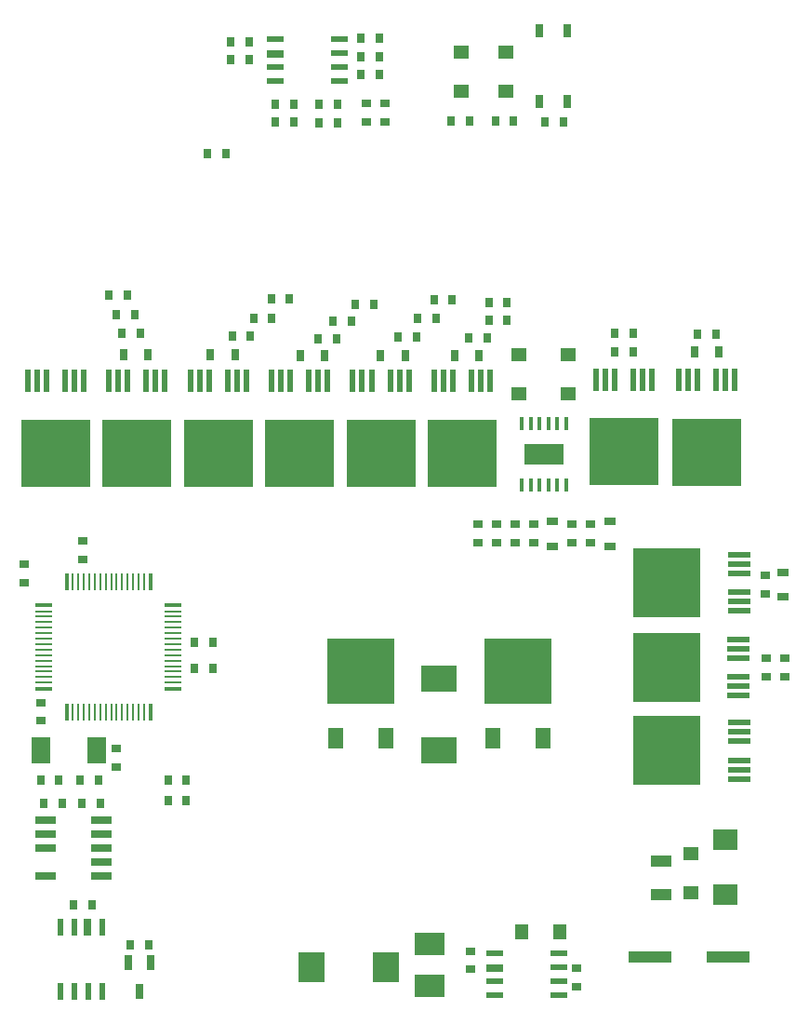
<source format=gtp>
G04 #@! TF.GenerationSoftware,KiCad,Pcbnew,(5.0.2-dirty)*
G04 #@! TF.CreationDate,2020-03-15T20:19:17+02:00*
G04 #@! TF.ProjectId,esb,6573622e-6b69-4636-9164-5f7063625858,rev?*
G04 #@! TF.SameCoordinates,Original*
G04 #@! TF.FileFunction,Paste,Top*
G04 #@! TF.FilePolarity,Positive*
%FSLAX46Y46*%
G04 Gerber Fmt 4.6, Leading zero omitted, Abs format (unit mm)*
G04 Created by KiCad (PCBNEW (5.0.2-dirty)) date su 15. maaliskuuta 2020 20.19.17*
%MOMM*%
%LPD*%
G01*
G04 APERTURE LIST*
%ADD10R,6.300000X6.100000*%
%ADD11R,0.600000X2.000000*%
%ADD12R,0.500000X2.000000*%
%ADD13R,6.100000X6.300000*%
%ADD14R,2.000000X0.600000*%
%ADD15R,2.000000X0.500000*%
%ADD16R,0.400000X1.200000*%
%ADD17R,3.600000X1.900000*%
%ADD18R,0.800000X1.000000*%
%ADD19R,1.000000X0.800000*%
%ADD20R,0.939800X0.762000*%
%ADD21R,0.700000X1.350000*%
%ADD22R,0.762000X0.939800*%
%ADD23R,1.399540X1.297940*%
%ADD24R,0.398780X1.498600*%
%ADD25R,0.279400X1.498600*%
%ADD26R,1.498600X0.398780*%
%ADD27R,1.498600X0.279400*%
%ADD28R,1.899920X0.998220*%
%ADD29R,1.699260X2.397760*%
%ADD30R,1.905000X0.635000*%
%ADD31R,2.400000X2.700000*%
%ADD32R,2.800000X2.000000*%
%ADD33R,2.179320X1.900000*%
%ADD34R,1.297940X1.399540*%
%ADD35R,0.700000X1.200000*%
%ADD36R,0.600000X1.524000*%
%ADD37R,0.635000X1.524000*%
%ADD38R,1.524000X0.600000*%
%ADD39R,1.524000X0.635000*%
%ADD40R,3.997960X0.998220*%
%ADD41R,3.300000X2.400000*%
%ADD42R,1.400000X1.900000*%
%ADD43R,6.100000X5.970000*%
G04 APERTURE END LIST*
D10*
G04 #@! TO.C,U801*
X162750000Y-88470000D03*
D11*
X160200000Y-81900000D03*
D12*
X161050000Y-81900000D03*
X161900000Y-81900000D03*
X163600000Y-81900000D03*
X164450000Y-81900000D03*
D11*
X165300000Y-81900000D03*
G04 #@! TD*
D10*
G04 #@! TO.C,U901*
X170150000Y-88470000D03*
D11*
X167600000Y-81900000D03*
D12*
X168450000Y-81900000D03*
X169300000Y-81900000D03*
X171000000Y-81900000D03*
X171850000Y-81900000D03*
D11*
X172700000Y-81900000D03*
G04 #@! TD*
D10*
G04 #@! TO.C,U1001*
X147950000Y-88470000D03*
D11*
X145400000Y-81900000D03*
D12*
X146250000Y-81900000D03*
X147100000Y-81900000D03*
X148800000Y-81900000D03*
X149650000Y-81900000D03*
D11*
X150500000Y-81900000D03*
G04 #@! TD*
D10*
G04 #@! TO.C,U1101*
X155350000Y-88470000D03*
D11*
X152800000Y-81900000D03*
D12*
X153650000Y-81900000D03*
X154500000Y-81900000D03*
X156200000Y-81900000D03*
X157050000Y-81900000D03*
D11*
X157900000Y-81900000D03*
G04 #@! TD*
D10*
G04 #@! TO.C,U1201*
X184900000Y-88370000D03*
D11*
X182350000Y-81800000D03*
D12*
X183200000Y-81800000D03*
X184050000Y-81800000D03*
X185750000Y-81800000D03*
X186600000Y-81800000D03*
D11*
X187450000Y-81800000D03*
G04 #@! TD*
D10*
G04 #@! TO.C,U1102*
X133150000Y-88470000D03*
D11*
X130600000Y-81900000D03*
D12*
X131450000Y-81900000D03*
X132300000Y-81900000D03*
X134000000Y-81900000D03*
X134850000Y-81900000D03*
D11*
X135700000Y-81900000D03*
G04 #@! TD*
D10*
G04 #@! TO.C,U1103*
X140550000Y-88470000D03*
D11*
X138000000Y-81900000D03*
D12*
X138850000Y-81900000D03*
X139700000Y-81900000D03*
X141400000Y-81900000D03*
X142250000Y-81900000D03*
D11*
X143100000Y-81900000D03*
G04 #@! TD*
D10*
G04 #@! TO.C,U1202*
X192450000Y-88420000D03*
D11*
X189900000Y-81850000D03*
D12*
X190750000Y-81850000D03*
X191600000Y-81850000D03*
X193300000Y-81850000D03*
X194150000Y-81850000D03*
D11*
X195000000Y-81850000D03*
G04 #@! TD*
D13*
G04 #@! TO.C,U1*
X188750000Y-107950000D03*
D14*
X195320000Y-105400000D03*
D15*
X195320000Y-106250000D03*
X195320000Y-107100000D03*
X195320000Y-108800000D03*
X195320000Y-109650000D03*
D14*
X195320000Y-110500000D03*
G04 #@! TD*
D13*
G04 #@! TO.C,U2*
X188780000Y-115550000D03*
D14*
X195350000Y-113000000D03*
D15*
X195350000Y-113850000D03*
X195350000Y-114700000D03*
X195350000Y-116400000D03*
X195350000Y-117250000D03*
D14*
X195350000Y-118100000D03*
G04 #@! TD*
D13*
G04 #@! TO.C,U3*
X188780000Y-100300000D03*
D14*
X195350000Y-97750000D03*
D15*
X195350000Y-98600000D03*
X195350000Y-99450000D03*
X195350000Y-101150000D03*
X195350000Y-102000000D03*
D14*
X195350000Y-102850000D03*
G04 #@! TD*
D16*
G04 #@! TO.C,U401*
X175600000Y-91400000D03*
X176400000Y-91400000D03*
X177200000Y-91400000D03*
X178000000Y-91400000D03*
X178800000Y-91400000D03*
X179600000Y-91400000D03*
X179600000Y-85800000D03*
X178800000Y-85800000D03*
X178000000Y-85800000D03*
X177200000Y-85800000D03*
X176400000Y-85800000D03*
X175600000Y-85800000D03*
D17*
X177600000Y-88600000D03*
G04 #@! TD*
D18*
G04 #@! TO.C,D5*
X147235000Y-79500000D03*
X149465000Y-79500000D03*
G04 #@! TD*
D19*
G04 #@! TO.C,D1*
X183575000Y-94695000D03*
X183575000Y-96925000D03*
G04 #@! TD*
G04 #@! TO.C,D2*
X178375000Y-94695000D03*
X178375000Y-96925000D03*
G04 #@! TD*
D18*
G04 #@! TO.C,D3*
X162735000Y-79600000D03*
X164965000Y-79600000D03*
G04 #@! TD*
G04 #@! TO.C,D4*
X169485000Y-79650000D03*
X171715000Y-79650000D03*
G04 #@! TD*
G04 #@! TO.C,D6*
X155385000Y-79650000D03*
X157615000Y-79650000D03*
G04 #@! TD*
G04 #@! TO.C,D7*
X139335000Y-79500000D03*
X141565000Y-79500000D03*
G04 #@! TD*
G04 #@! TO.C,D8*
X191285000Y-79300000D03*
X193515000Y-79300000D03*
G04 #@! TD*
D19*
G04 #@! TO.C,D9*
X199350000Y-99335000D03*
X199350000Y-101565000D03*
G04 #@! TD*
D20*
G04 #@! TO.C,R8*
X197750000Y-99611800D03*
X197750000Y-101288200D03*
G04 #@! TD*
D21*
G04 #@! TO.C,VR202*
X141800000Y-134800000D03*
X139800000Y-134800000D03*
X140800000Y-137400000D03*
G04 #@! TD*
D22*
G04 #@! TO.C,R1402*
X158386800Y-76475000D03*
X160063200Y-76475000D03*
G04 #@! TD*
G04 #@! TO.C,R1101*
X140338200Y-75850000D03*
X138661800Y-75850000D03*
G04 #@! TD*
G04 #@! TO.C,R202*
X145038200Y-120100000D03*
X143361800Y-120100000D03*
G04 #@! TD*
G04 #@! TO.C,R201*
X143361800Y-118200000D03*
X145038200Y-118200000D03*
G04 #@! TD*
D23*
G04 #@! TO.C,D201*
X191000000Y-124934700D03*
X191000000Y-128465300D03*
G04 #@! TD*
D22*
G04 #@! TO.C,C301*
X134761800Y-129550000D03*
X136438200Y-129550000D03*
G04 #@! TD*
D24*
G04 #@! TO.C,U302*
X141760000Y-100202120D03*
D25*
X141198660Y-100202120D03*
X140698280Y-100202120D03*
X140197900Y-100202120D03*
X139697520Y-100202120D03*
X139199680Y-100202120D03*
X138699300Y-100202120D03*
X138198920Y-100202120D03*
X137701080Y-100202120D03*
X137200700Y-100202120D03*
X136700320Y-100202120D03*
X136202480Y-100202120D03*
X135702100Y-100202120D03*
X135201720Y-100202120D03*
X134701340Y-100202120D03*
D24*
X134140000Y-100202120D03*
D26*
X132052120Y-102290000D03*
D27*
X132052120Y-102851340D03*
X132052120Y-103351720D03*
X132052120Y-103852100D03*
X132052120Y-104352480D03*
X132052120Y-104850320D03*
X132052120Y-105350700D03*
X132052120Y-105851080D03*
X132052120Y-106348920D03*
X132052120Y-106849300D03*
X132052120Y-107349680D03*
X132052120Y-107847520D03*
X132052120Y-108347900D03*
X132052120Y-108848280D03*
X132052120Y-109348660D03*
D26*
X132052120Y-109910000D03*
D24*
X134140000Y-111997880D03*
D25*
X134701340Y-111997880D03*
X135201720Y-111997880D03*
X135702100Y-111997880D03*
X136202480Y-111997880D03*
X136700320Y-111997880D03*
X137200700Y-111997880D03*
X137701080Y-111997880D03*
X138198920Y-111997880D03*
X138699300Y-111997880D03*
X139199680Y-111997880D03*
X139697520Y-111997880D03*
X140197900Y-111997880D03*
X140698280Y-111997880D03*
X141198660Y-111997880D03*
D24*
X141760000Y-111997880D03*
D26*
X143847880Y-109910000D03*
D27*
X143847880Y-109348660D03*
X143847880Y-108848280D03*
X143847880Y-108347900D03*
X143847880Y-107847520D03*
X143847880Y-107349680D03*
X143847880Y-106849300D03*
X143847880Y-106348920D03*
X143847880Y-105851080D03*
X143847880Y-105350700D03*
X143847880Y-104850320D03*
X143847880Y-104352480D03*
X143847880Y-103852100D03*
X143847880Y-103351720D03*
X143847880Y-102851340D03*
D26*
X143847880Y-102290000D03*
G04 #@! TD*
D22*
G04 #@! TO.C,C205*
X139961800Y-133200000D03*
X141638200Y-133200000D03*
G04 #@! TD*
G04 #@! TO.C,C302*
X147438200Y-105700000D03*
X145761800Y-105700000D03*
G04 #@! TD*
G04 #@! TO.C,C303*
X145761800Y-108100000D03*
X147438200Y-108100000D03*
G04 #@! TD*
D20*
G04 #@! TO.C,C304*
X135600000Y-98138200D03*
X135600000Y-96461800D03*
G04 #@! TD*
G04 #@! TO.C,C305*
X131800000Y-111161800D03*
X131800000Y-112838200D03*
G04 #@! TD*
G04 #@! TO.C,C306*
X138700000Y-117013200D03*
X138700000Y-115336800D03*
G04 #@! TD*
G04 #@! TO.C,C307*
X130300000Y-98561800D03*
X130300000Y-100238200D03*
G04 #@! TD*
D22*
G04 #@! TO.C,C308*
X131761800Y-118200000D03*
X133438200Y-118200000D03*
G04 #@! TD*
D28*
G04 #@! TO.C,F201*
X188300000Y-125601400D03*
X188300000Y-128598600D03*
G04 #@! TD*
D29*
G04 #@! TO.C,X301*
X131798436Y-115500000D03*
X136878436Y-115500000D03*
G04 #@! TD*
D20*
G04 #@! TO.C,C201*
X180550000Y-135311800D03*
X180550000Y-136988200D03*
G04 #@! TD*
D22*
G04 #@! TO.C,C309*
X137038200Y-118200000D03*
X135361800Y-118200000D03*
G04 #@! TD*
D30*
G04 #@! TO.C,J301*
X132260000Y-121860000D03*
X137340000Y-121860000D03*
X132260000Y-123130000D03*
X137340000Y-123130000D03*
X132260000Y-124400000D03*
X137340000Y-124400000D03*
X137340000Y-125670000D03*
X132260000Y-126940000D03*
X137340000Y-126940000D03*
G04 #@! TD*
D31*
G04 #@! TO.C,C204*
X163200000Y-135200000D03*
X156400000Y-135200000D03*
G04 #@! TD*
D32*
G04 #@! TO.C,L201*
X167200000Y-133100000D03*
X167200000Y-136900000D03*
G04 #@! TD*
D33*
G04 #@! TO.C,D203*
X194150000Y-123600000D03*
X194150000Y-128600000D03*
G04 #@! TD*
D34*
G04 #@! TO.C,D204*
X179065300Y-132000000D03*
X175534700Y-132000000D03*
G04 #@! TD*
D35*
G04 #@! TO.C,CP401*
X177200000Y-56500000D03*
X179740000Y-56500000D03*
X179740000Y-50100000D03*
X177200000Y-50100000D03*
G04 #@! TD*
D23*
G04 #@! TO.C,D101*
X170100000Y-52034700D03*
X170100000Y-55565300D03*
G04 #@! TD*
G04 #@! TO.C,D102*
X174100000Y-55565300D03*
X174100000Y-52034700D03*
G04 #@! TD*
D22*
G04 #@! TO.C,R101*
X169161800Y-58300000D03*
X170838200Y-58300000D03*
G04 #@! TD*
G04 #@! TO.C,R102*
X174838200Y-58300000D03*
X173161800Y-58300000D03*
G04 #@! TD*
D36*
G04 #@! TO.C,U301*
X137355000Y-131579000D03*
D37*
X136050000Y-131579000D03*
D36*
X134815000Y-131579000D03*
X133545000Y-131579000D03*
X133545000Y-137421000D03*
X134815000Y-137421000D03*
X136085000Y-137421000D03*
X137355000Y-137421000D03*
G04 #@! TD*
D38*
G04 #@! TO.C,VR201*
X178980610Y-133976856D03*
X178980610Y-135246856D03*
X178980610Y-136516856D03*
X178980610Y-137786856D03*
X173138610Y-137786856D03*
X173138610Y-136516856D03*
D39*
X173138610Y-135281856D03*
D38*
X173138610Y-133976856D03*
G04 #@! TD*
D40*
G04 #@! TO.C,C202*
X194348380Y-134300000D03*
X187251620Y-134300000D03*
G04 #@! TD*
D41*
G04 #@! TO.C,D206*
X168000000Y-115550000D03*
X168000000Y-108950000D03*
G04 #@! TD*
D22*
G04 #@! TO.C,R103*
X146961800Y-61200000D03*
X148638200Y-61200000D03*
G04 #@! TD*
D20*
G04 #@! TO.C,R403*
X173275000Y-94936800D03*
X173275000Y-96613200D03*
G04 #@! TD*
G04 #@! TO.C,R404*
X171575000Y-96613200D03*
X171575000Y-94936800D03*
G04 #@! TD*
D22*
G04 #@! TO.C,R405*
X179388200Y-58350000D03*
X177711800Y-58350000D03*
G04 #@! TD*
G04 #@! TO.C,R901*
X150876400Y-77850000D03*
X149200000Y-77850000D03*
G04 #@! TD*
G04 #@! TO.C,R1201*
X174250000Y-76400000D03*
X172573600Y-76400000D03*
G04 #@! TD*
G04 #@! TO.C,R1202*
X185738200Y-79250000D03*
X184061800Y-79250000D03*
G04 #@! TD*
G04 #@! TO.C,R1301*
X152838200Y-76200000D03*
X151161800Y-76200000D03*
G04 #@! TD*
G04 #@! TO.C,C701*
X162638200Y-50750000D03*
X160961800Y-50750000D03*
G04 #@! TD*
D20*
G04 #@! TO.C,R104*
X161400000Y-56661800D03*
X161400000Y-58338200D03*
G04 #@! TD*
G04 #@! TO.C,R107*
X163100000Y-56661800D03*
X163100000Y-58338200D03*
G04 #@! TD*
D22*
G04 #@! TO.C,R701*
X149086800Y-52725000D03*
X150763200Y-52725000D03*
G04 #@! TD*
G04 #@! TO.C,R702*
X162638200Y-54075000D03*
X160961800Y-54075000D03*
G04 #@! TD*
G04 #@! TO.C,R703*
X150788200Y-51100000D03*
X149111800Y-51100000D03*
G04 #@! TD*
G04 #@! TO.C,R704*
X160961800Y-52400000D03*
X162638200Y-52400000D03*
G04 #@! TD*
G04 #@! TO.C,R705*
X154788200Y-58400000D03*
X153111800Y-58400000D03*
G04 #@! TD*
G04 #@! TO.C,R706*
X157111800Y-58450000D03*
X158788200Y-58450000D03*
G04 #@! TD*
G04 #@! TO.C,R707*
X154788200Y-56750000D03*
X153111800Y-56750000D03*
G04 #@! TD*
G04 #@! TO.C,R708*
X158788200Y-56750000D03*
X157111800Y-56750000D03*
G04 #@! TD*
D38*
G04 #@! TO.C,U701*
X158971000Y-50845000D03*
X158971000Y-52115000D03*
X158971000Y-53385000D03*
X158971000Y-54655000D03*
X153129000Y-54655000D03*
X153129000Y-53385000D03*
D39*
X153129000Y-52150000D03*
D38*
X153129000Y-50845000D03*
G04 #@! TD*
D23*
G04 #@! TO.C,D701*
X179800000Y-79534700D03*
X179800000Y-83065300D03*
G04 #@! TD*
G04 #@! TO.C,D702*
X175300000Y-83065300D03*
X175300000Y-79534700D03*
G04 #@! TD*
D20*
G04 #@! TO.C,R601*
X176675000Y-94936800D03*
X176675000Y-96613200D03*
G04 #@! TD*
D22*
G04 #@! TO.C,R801*
X166123600Y-76250000D03*
X167800000Y-76250000D03*
G04 #@! TD*
G04 #@! TO.C,R802*
X172450000Y-78000000D03*
X170773600Y-78000000D03*
G04 #@! TD*
G04 #@! TO.C,R1001*
X158738200Y-78050000D03*
X157061800Y-78050000D03*
G04 #@! TD*
D20*
G04 #@! TO.C,C702*
X174975000Y-96613200D03*
X174975000Y-94936800D03*
G04 #@! TD*
G04 #@! TO.C,C703*
X181825000Y-94936800D03*
X181825000Y-96613200D03*
G04 #@! TD*
D22*
G04 #@! TO.C,R301*
X135561800Y-120300000D03*
X137238200Y-120300000D03*
G04 #@! TD*
G04 #@! TO.C,R302*
X133738200Y-120300000D03*
X132061800Y-120300000D03*
G04 #@! TD*
D20*
G04 #@! TO.C,R602*
X180125000Y-94936800D03*
X180125000Y-96613200D03*
G04 #@! TD*
D22*
G04 #@! TO.C,R709*
X166000000Y-77900000D03*
X164323600Y-77900000D03*
G04 #@! TD*
G04 #@! TO.C,R1102*
X139150000Y-77600000D03*
X140826400Y-77600000D03*
G04 #@! TD*
G04 #@! TO.C,R1203*
X193238200Y-77650000D03*
X191561800Y-77650000D03*
G04 #@! TD*
G04 #@! TO.C,R1*
X169250000Y-74550000D03*
X167573600Y-74550000D03*
G04 #@! TD*
G04 #@! TO.C,R2*
X172573600Y-74750000D03*
X174250000Y-74750000D03*
G04 #@! TD*
G04 #@! TO.C,R3*
X154438200Y-74450000D03*
X152761800Y-74450000D03*
G04 #@! TD*
G04 #@! TO.C,R4*
X160411800Y-74925000D03*
X162088200Y-74925000D03*
G04 #@! TD*
G04 #@! TO.C,R5*
X139688200Y-74100000D03*
X138011800Y-74100000D03*
G04 #@! TD*
G04 #@! TO.C,R6*
X185738200Y-77550000D03*
X184061800Y-77550000D03*
G04 #@! TD*
D20*
G04 #@! TO.C,R7*
X197850000Y-108838200D03*
X197850000Y-107161800D03*
G04 #@! TD*
G04 #@! TO.C,R9*
X199550000Y-107161800D03*
X199550000Y-108838200D03*
G04 #@! TD*
D42*
G04 #@! TO.C,D10*
X158610000Y-114385000D03*
X163190000Y-114385000D03*
D43*
X160900000Y-108300000D03*
G04 #@! TD*
G04 #@! TO.C,D11*
X175200000Y-108300000D03*
D42*
X177490000Y-114385000D03*
X172910000Y-114385000D03*
G04 #@! TD*
D20*
G04 #@! TO.C,C1*
X170900000Y-133761800D03*
X170900000Y-135438200D03*
G04 #@! TD*
M02*

</source>
